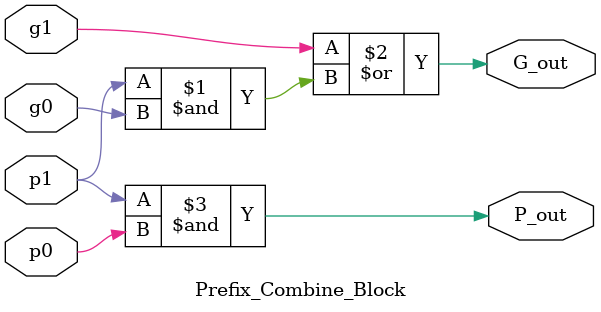
<source format=v>
module Adder_5 (
    input wire [3:0] A,
    input wire [3:0] B,
    output wire [4:0] sum
);

    // Internal signals
    wire [3:0] p_lvl0; // initial propagates
    wire [3:0] g_lvl0; // initial generates

    // Prefix tree intermediate signals
    // G[1:0], P[1:0] from level 1, distance 1 combine (bits 0 and 1)
    wire G_lvl1_1_0, P_lvl1_1_0;
    // G[3:2], P[3:2] from level 1, distance 1 combine (bits 2 and 3)
    wire G_lvl1_3_2, P_lvl1_3_2;
    // G[3:0], P[3:0] from level 2, distance 2 combine (bits 0-1 and 2-3)
    wire G_lvl2_3_0, P_lvl2_3_0;

    wire [4:0] carries; // carries[i] is carry-in to bit i (carries[0] is cin, carries[4] is cout)
    wire [3:0] sum_bits; // sum bits 0-3

    // Instantiate PG Generator
    // Generates initial propagate (A^B) and generate (A&B) for each bit
    PG_Generator pg_gen_inst (
        .A(A),
        .B(B),
        .p(p_lvl0),
        .g(g_lvl0)
    );

    // Instantiate Brent-Kung Prefix Tree
    // Computes prefix G/P pairs based on initial p/g signals
    Brent_Kung_Prefix_Tree_4bit prefix_tree_inst (
        .p_in(p_lvl0),
        .g_in(g_lvl0),
        .G_1_0(G_lvl1_1_0),
        .P_1_0(P_lvl1_1_0),
        .G_3_2(G_lvl1_3_2),
        .P_3_2(P_lvl1_3_2),
        .G_3_0(G_lvl2_3_0),
        .P_3_0(P_lvl2_3_0)
    );

    // Instantiate Carry Logic
    // Derives carries from initial p/g and prefix G signals
    Carry_Logic_4bit carry_calc_inst (
        .p_in(p_lvl0),
        .g_in(g_lvl0),
        .G_1_0(G_lvl1_1_0),
        .G_3_0(G_lvl2_3_0),
        .carries(carries)
    );

    // Instantiate Sum Logic
    // Computes final sum bits based on initial p and carries
    Sum_Logic_4bit sum_calc_inst (
        .p_in(p_lvl0),
        .carries_in(carries[3:0]), // carries[0] to carries[3] are carry-ins for bits 0 to 3
        .sum_bits(sum_bits)
    );

    // Final output: {carry_out, sum_bits}
    assign sum = {carries[4], sum_bits};

endmodule


// Submodule: Generates initial propagate (p) and generate (g) signals
module PG_Generator (
    input wire [3:0] A,
    input wire [3:0] B,
    output wire [3:0] p, // propagate: A[i] ^ B[i]
    output wire [3:0] g  // generate: A[i] & B[i]
);
    assign p = A ^ B;
    assign g = A & B;
endmodule

// Submodule: Implements the 4-bit Brent-Kung prefix tree structure
// Computes intermediate G/P pairs needed for carry calculation
module Brent_Kung_Prefix_Tree_4bit (
    input wire [3:0] p_in, // initial propagates
    input wire [3:0] g_in, // initial generates

    // Level 1 outputs (distance 1 combines)
    output wire G_1_0, P_1_0, // G[1:0], P[1:0]
    output wire G_3_2, P_3_2, // G[3:2], P[3:2]

    // Level 2 outputs (distance 2 combines)
    output wire G_3_0, P_3_0  // G[3:0], P[3:0]
);

    // Level 1 combines (distance 1)
    // Combine (g1, p1) and (g0, p0) -> G[1:0], P[1:0]
    Prefix_Combine_Block combine_1_0 (
        .g0(g_in[0]), .p0(p_in[0]),
        .g1(g_in[1]), .p1(p_in[1]),
        .G_out(G_1_0), .P_out(P_1_0)
    );

    // Combine (g3, p3) and (g2, p2) -> G[3:2], P[3:2]
    Prefix_Combine_Block combine_3_2 (
        .g0(g_in[2]), .p0(p_in[2]),
        .g1(g_in[3]), .p1(p_in[3]),
        .G_out(G_3_2), .P_out(P_3_2)
    );

    // Level 2 combines (distance 2)
    // Combine (G[3:2], P[3:2]) and (G[1:0], P[1:0]) -> G[3:0], P[3:0]
    Prefix_Combine_Block combine_3_0 (
        .g0(G_1_0), .p0(P_1_0),
        .g1(G_3_2), .p1(P_3_2),
        .G_out(G_3_0), .P_out(P_3_0)
    );

endmodule

// Submodule: Calculates carries based on initial p/g and prefix tree outputs
module Carry_Logic_4bit (
    input wire [3:0] p_in, // initial propagates
    input wire [3:0] g_in, // initial generates

    // Prefix tree outputs (specific Gs needed for carries)
    input wire G_1_0, // G[1:0]
    input wire G_3_0, // G[3:0]

    output wire [4:0] carries // carries[i] is carry-in to bit i (carries[0] is cin)
);
    // carries[0] is external carry-in (assumed 0 for this adder)
    // carries[1] = G[0:0] = g[0]
    // carries[2] = G[1:0]
    // carries[3] = G[2:0] = g[2] | (p[2] & G[1:0])
    // carries[4] = G[3:0] (carry-out from bit 3)

    assign carries[0] = 1'b0;
    assign carries[1] = g_in[0];
    assign carries[2] = G_1_0;
    assign carries[3] = g_in[2] | (p_in[2] & G_1_0);
    assign carries[4] = G_3_0;

endmodule

// Submodule: Calculates final sum bits
module Sum_Logic_4bit (
    input wire [3:0] p_in, // initial propagates
    input wire [3:0] carries_in, // carries[0] to carries[3] (carry-in to each bit)
    output wire [3:0] sum_bits
);
    // sum_bits[i] = p[i] ^ carry_in_to_bit_i
    assign sum_bits = p_in ^ carries_in;
endmodule

// Submodule: Performs the basic (g, p) combine operation
// G_out = g1 | (p1 & g0)
// P_out = p1 & p0
module Prefix_Combine_Block (
    input wire g0, p0, // right (less significant) group
    input wire g1, p1, // left (more significant) group
    output wire G_out, P_out
);
    assign G_out = g1 | (p1 & g0);
    assign P_out = p1 & p0;
endmodule
</source>
